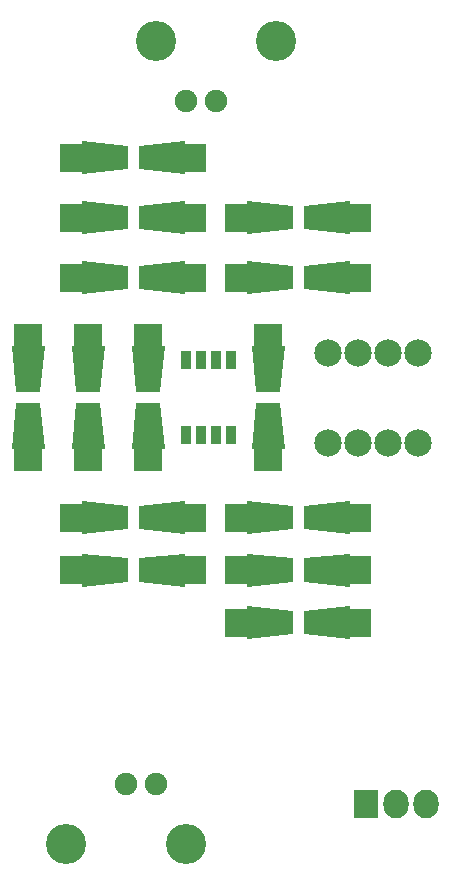
<source format=gbr>
G04 #@! TF.FileFunction,Soldermask,Top*
%FSLAX46Y46*%
G04 Gerber Fmt 4.6, Leading zero omitted, Abs format (unit mm)*
G04 Created by KiCad (PCBNEW 4.0.5) date Monday, July 31, 2017 'PMt' 03:21:26 PM*
%MOMM*%
%LPD*%
G01*
G04 APERTURE LIST*
%ADD10C,0.150000*%
%ADD11R,2.398980X2.398980*%
%ADD12R,2.127200X2.432000*%
%ADD13O,2.127200X2.432000*%
%ADD14R,0.908000X1.543000*%
%ADD15C,2.305000*%
%ADD16C,3.400000*%
%ADD17C,1.900000*%
G04 APERTURE END LIST*
D10*
G36*
X136396120Y-88981940D02*
X139193880Y-88981940D01*
X138795100Y-92882060D01*
X136794900Y-92882060D01*
X136396120Y-88981940D01*
X136396120Y-88981940D01*
G37*
G36*
X139193880Y-97708060D02*
X136396120Y-97708060D01*
X136794900Y-93807940D01*
X138795100Y-93807940D01*
X139193880Y-97708060D01*
X139193880Y-97708060D01*
G37*
D11*
X137795000Y-88343740D03*
X137795000Y-98346260D03*
D10*
G36*
X159938060Y-102106120D02*
X159938060Y-104903880D01*
X156037940Y-104505100D01*
X156037940Y-102504900D01*
X159938060Y-102106120D01*
X159938060Y-102106120D01*
G37*
G36*
X151211940Y-104903880D02*
X151211940Y-102106120D01*
X155112060Y-102504900D01*
X155112060Y-104505100D01*
X151211940Y-104903880D01*
X151211940Y-104903880D01*
G37*
D11*
X160576260Y-103505000D03*
X150573740Y-103505000D03*
D10*
G36*
X159938060Y-106551120D02*
X159938060Y-109348880D01*
X156037940Y-108950100D01*
X156037940Y-106949900D01*
X159938060Y-106551120D01*
X159938060Y-106551120D01*
G37*
G36*
X151211940Y-109348880D02*
X151211940Y-106551120D01*
X155112060Y-106949900D01*
X155112060Y-108950100D01*
X151211940Y-109348880D01*
X151211940Y-109348880D01*
G37*
D11*
X160576260Y-107950000D03*
X150573740Y-107950000D03*
D10*
G36*
X159938060Y-110996120D02*
X159938060Y-113793880D01*
X156037940Y-113395100D01*
X156037940Y-111394900D01*
X159938060Y-110996120D01*
X159938060Y-110996120D01*
G37*
G36*
X151211940Y-113793880D02*
X151211940Y-110996120D01*
X155112060Y-111394900D01*
X155112060Y-113395100D01*
X151211940Y-113793880D01*
X151211940Y-113793880D01*
G37*
D11*
X160576260Y-112395000D03*
X150573740Y-112395000D03*
D10*
G36*
X137241940Y-84583880D02*
X137241940Y-81786120D01*
X141142060Y-82184900D01*
X141142060Y-84185100D01*
X137241940Y-84583880D01*
X137241940Y-84583880D01*
G37*
G36*
X145968060Y-81786120D02*
X145968060Y-84583880D01*
X142067940Y-84185100D01*
X142067940Y-82184900D01*
X145968060Y-81786120D01*
X145968060Y-81786120D01*
G37*
D11*
X136603740Y-83185000D03*
X146606260Y-83185000D03*
D10*
G36*
X137241940Y-79503880D02*
X137241940Y-76706120D01*
X141142060Y-77104900D01*
X141142060Y-79105100D01*
X137241940Y-79503880D01*
X137241940Y-79503880D01*
G37*
G36*
X145968060Y-76706120D02*
X145968060Y-79503880D01*
X142067940Y-79105100D01*
X142067940Y-77104900D01*
X145968060Y-76706120D01*
X145968060Y-76706120D01*
G37*
D11*
X136603740Y-78105000D03*
X146606260Y-78105000D03*
D10*
G36*
X137241940Y-74423880D02*
X137241940Y-71626120D01*
X141142060Y-72024900D01*
X141142060Y-74025100D01*
X137241940Y-74423880D01*
X137241940Y-74423880D01*
G37*
G36*
X145968060Y-71626120D02*
X145968060Y-74423880D01*
X142067940Y-74025100D01*
X142067940Y-72024900D01*
X145968060Y-71626120D01*
X145968060Y-71626120D01*
G37*
D11*
X136603740Y-73025000D03*
X146606260Y-73025000D03*
D10*
G36*
X159938060Y-76706120D02*
X159938060Y-79503880D01*
X156037940Y-79105100D01*
X156037940Y-77104900D01*
X159938060Y-76706120D01*
X159938060Y-76706120D01*
G37*
G36*
X151211940Y-79503880D02*
X151211940Y-76706120D01*
X155112060Y-77104900D01*
X155112060Y-79105100D01*
X151211940Y-79503880D01*
X151211940Y-79503880D01*
G37*
D11*
X160576260Y-78105000D03*
X150573740Y-78105000D03*
D10*
G36*
X145968060Y-106551120D02*
X145968060Y-109348880D01*
X142067940Y-108950100D01*
X142067940Y-106949900D01*
X145968060Y-106551120D01*
X145968060Y-106551120D01*
G37*
G36*
X137241940Y-109348880D02*
X137241940Y-106551120D01*
X141142060Y-106949900D01*
X141142060Y-108950100D01*
X137241940Y-109348880D01*
X137241940Y-109348880D01*
G37*
D11*
X146606260Y-107950000D03*
X136603740Y-107950000D03*
D12*
X161290000Y-127762000D03*
D13*
X163830000Y-127762000D03*
X166370000Y-127762000D03*
D10*
G36*
X154433880Y-97708060D02*
X151636120Y-97708060D01*
X152034900Y-93807940D01*
X154035100Y-93807940D01*
X154433880Y-97708060D01*
X154433880Y-97708060D01*
G37*
G36*
X151636120Y-88981940D02*
X154433880Y-88981940D01*
X154035100Y-92882060D01*
X152034900Y-92882060D01*
X151636120Y-88981940D01*
X151636120Y-88981940D01*
G37*
D11*
X153035000Y-98346260D03*
X153035000Y-88343740D03*
D10*
G36*
X144273880Y-97708060D02*
X141476120Y-97708060D01*
X141874900Y-93807940D01*
X143875100Y-93807940D01*
X144273880Y-97708060D01*
X144273880Y-97708060D01*
G37*
G36*
X141476120Y-88981940D02*
X144273880Y-88981940D01*
X143875100Y-92882060D01*
X141874900Y-92882060D01*
X141476120Y-88981940D01*
X141476120Y-88981940D01*
G37*
D11*
X142875000Y-98346260D03*
X142875000Y-88343740D03*
D10*
G36*
X134113880Y-97708060D02*
X131316120Y-97708060D01*
X131714900Y-93807940D01*
X133715100Y-93807940D01*
X134113880Y-97708060D01*
X134113880Y-97708060D01*
G37*
G36*
X131316120Y-88981940D02*
X134113880Y-88981940D01*
X133715100Y-92882060D01*
X131714900Y-92882060D01*
X131316120Y-88981940D01*
X131316120Y-88981940D01*
G37*
D11*
X132715000Y-98346260D03*
X132715000Y-88343740D03*
D10*
G36*
X159938060Y-81786120D02*
X159938060Y-84583880D01*
X156037940Y-84185100D01*
X156037940Y-82184900D01*
X159938060Y-81786120D01*
X159938060Y-81786120D01*
G37*
G36*
X151211940Y-84583880D02*
X151211940Y-81786120D01*
X155112060Y-82184900D01*
X155112060Y-84185100D01*
X151211940Y-84583880D01*
X151211940Y-84583880D01*
G37*
D11*
X160576260Y-83185000D03*
X150573740Y-83185000D03*
D10*
G36*
X145968060Y-102106120D02*
X145968060Y-104903880D01*
X142067940Y-104505100D01*
X142067940Y-102504900D01*
X145968060Y-102106120D01*
X145968060Y-102106120D01*
G37*
G36*
X137241940Y-104903880D02*
X137241940Y-102106120D01*
X141142060Y-102504900D01*
X141142060Y-104505100D01*
X137241940Y-104903880D01*
X137241940Y-104903880D01*
G37*
D11*
X146606260Y-103505000D03*
X136603740Y-103505000D03*
D14*
X149860000Y-96520000D03*
X148590000Y-96520000D03*
X147320000Y-96520000D03*
X146050000Y-96520000D03*
X146050000Y-90170000D03*
X147320000Y-90170000D03*
X148590000Y-90170000D03*
X149860000Y-90170000D03*
D15*
X165735000Y-89535000D03*
X163195000Y-89535000D03*
X160655000Y-89535000D03*
X158115000Y-89535000D03*
X158115000Y-97155000D03*
X160655000Y-97155000D03*
X163195000Y-97155000D03*
X165735000Y-97155000D03*
D16*
X143510000Y-63180000D03*
X153670000Y-63180000D03*
D17*
X148590000Y-68260000D03*
X146050000Y-68260000D03*
D16*
X146050000Y-131130000D03*
X135890000Y-131130000D03*
D17*
X140970000Y-126050000D03*
X143510000Y-126050000D03*
M02*

</source>
